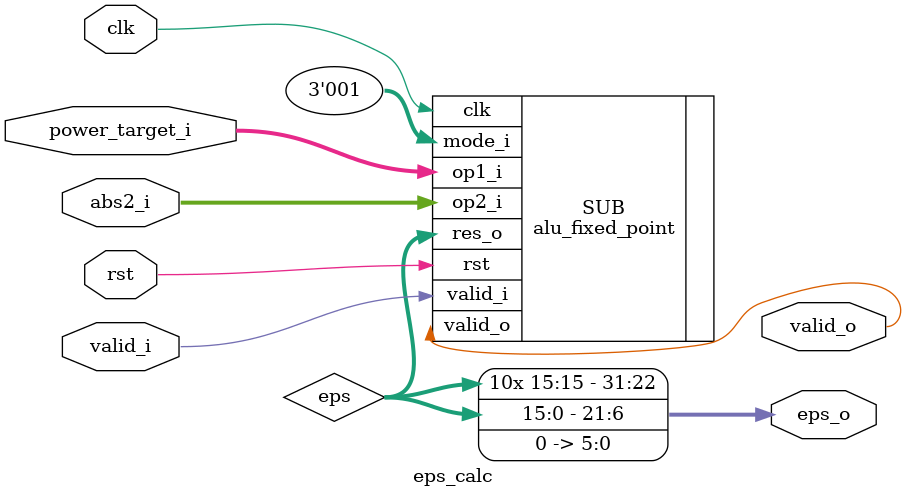
<source format=v>
`include "projectGlobalParam.v"

module eps_calc(
	clk,
	rst,
	abs2_i,
	power_target_i,
	valid_i,
	
	eps_o,
	valid_o
);

input 					clk;
input 					rst;
input signed [15:0] 	abs2_i, power_target_i;
input 					valid_i;

output wire signed  [31:0] 	eps_o;
output wire valid_o;

wire signed			[15:0] 	eps;
wire 						abs_valid;

alu_fixed_point #(.W_in(16), .W_out(16)) SUB(
	.clk		(clk),
	.rst		(rst),
	.op1_i		(power_target_i),
	.op2_i		(abs2_i),
	.mode_i		(3'd1), // SUB
	.valid_i	(valid_i),
	
	.res_o		(eps),
	.valid_o	(valid_o)
);

assign eps_o = { {10{eps[15]}}, eps, 6'd0 }; // Mult mit kp = 2^-18

endmodule

</source>
